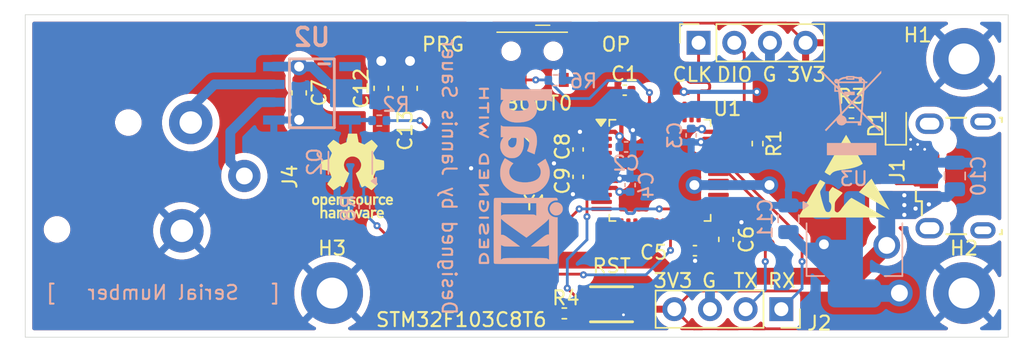
<source format=kicad_pcb>
(kicad_pcb (version 20241229) (generator "pcbnew") (generator_version "9.0")
  (layers (0 "F.Cu" signal) (2 "B.Cu" signal) (13 "F.Paste" user) (15 "B.Paste" user) (5 "F.SilkS" user "F.Silkscreen") (7 "B.SilkS" user "B.Silkscreen") (1 "F.Mask" user) (3 "B.Mask" user) (25 "Edge.Cuts" user))
  (net 0 "")
  (net 1 "+3V3")
  (net 2 "GND")
  (net 3 "+5V")
  (net 4 "CLK_IN")
  (net 5 "CLK_OUT")
  (net 6 "Net-(D1-A)")
  (net 9 "USB+")
  (net 12 "USB-")
  (net 14 "USART_TX")
  (net 15 "USART_RX")
  (net 16 "SWCLK")
  (net 17 "SWDIO")
  (net 18 "DMX-")
  (net 19 "DMX+")
  (net 20 "DMX_INT")
  (net 21 "Net-(Q2-D)")
  (net 22 "USART_TX_DMX")
  (net 23 "NRST")
  (net 24 "BOOT0")
  (net 54 "Net-(Q2-G)")
  (footprint "Symbol:ESD-Logo_6.6x6mm_SilkScreen" (layer "F.Cu") (at 193.3 36.5)
    (property "Reference" "REF**" (hide yes))
    (property "Value" "ESD-Logo_6.6x6mm_SilkScreen" (hide yes))
  )
  (footprint "Connector_PinSocket_2.54mm:PinSocket_1x04_P2.54mm_Vertical" (layer "F.Cu") (at 182.95 27 90)
    (property "Reference" "J3" (hide yes))
    (property "Value" "SWD")
  )
  (footprint "own:omron_B3U-1000P" (layer "F.Cu") (at 176.75 45.65)
    (property "Reference" "SW1" (hide yes))
    (property "Value" "RST" (hide yes))
  )
  (footprint "Capacitor_SMD:C_0402_1005Metric" (layer "F.Cu") (at 182.69 41.83 180)
    (property "Reference" "C5")
    (property "Value" "10n")
  )
  (footprint "Capacitor_SMD:C_0603_1608Metric" (layer "F.Cu") (at 154.5 30.575 -90)
    (property "Reference" "C7")
    (property "Value" "1u5")
  )
  (footprint "Capacitor_SMD:C_0603_1608Metric" (layer "F.Cu") (at 160.35 30.25 90)
    (property "Reference" "C12")
    (property "Value" "22u")
  )
  (footprint "own:wuerth_slide_switch_450404015514" (layer "F.Cu") (at 171.1 27.6)
    (property "Reference" "SW2" (hide yes))
    (property "Value" "BOOT0" (hide yes))
  )
  (footprint "Capacitor_SMD:C_0603_1608Metric" (layer "F.Cu") (at 184.9 41.025 90)
    (property "Reference" "C6")
    (property "Value" "22u")
  )
  (footprint "MountingHole:MountingHole_2.2mm_M2_Pad" (layer "F.Cu") (at 201.85 28.15)
    (property "Reference" "H1")
    (property "Value" "MountingHole_Pad" (hide yes))
  )
  (footprint "Resistor_SMD:R_0402_1005Metric" (layer "F.Cu") (at 173.39 46.3)
    (property "Reference" "R4")
    (property "Value" "1k5")
  )
  (footprint "MountingHole:MountingHole_2.2mm_M2_Pad" (layer "F.Cu") (at 201.85 44.85)
    (property "Reference" "H2")
    (property "Value" "MountingHole_Pad" (hide yes))
  )
  (footprint "Package_QFP:LQFP-48_7x7mm_P0.5mm" (layer "F.Cu") (at 180.2 36.1)
    (property "Reference" "U1")
    (property "Value" "STM32F103C8T6")
  )
  (footprint "Capacitor_SMD:C_0402_1005Metric" (layer "F.Cu") (at 177.69 30.38)
    (property "Reference" "C1")
    (property "Value" "10n")
  )
  (footprint "Diode_SMD:D_0603_1608Metric" (layer "F.Cu") (at 197 32.7875 90)
    (property "Reference" "D1")
    (property "Value" "PWR")
  )
  (footprint "Resistor_SMD:R_0402_1005Metric" (layer "F.Cu") (at 193.84 32)
    (property "Reference" "R3")
    (property "Value" "1k5")
  )
  (footprint "Capacitor_SMD:C_0402_1005Metric" (layer "F.Cu") (at 174.37 34.61 90)
    (property "Reference" "C8")
    (property "Value" "6p")
  )
  (footprint "Symbol:OSHW-Logo_5.7x6mm_SilkScreen" (layer "F.Cu") (at 158.3 36.5)
    (property "Reference" "REF**" (hide yes))
    (property "Value" "OSHW-Logo_5.7x6mm_SilkScreen" (hide yes))
  )
  (footprint "Resistor_SMD:R_0402_1005Metric" (layer "F.Cu") (at 187.15 34.19 -90)
    (property "Reference" "R1")
    (property "Value" "1k5")
  )
  (footprint "Connector_PinSocket_2.54mm:PinSocket_1x04_P2.54mm_Vertical" (layer "F.Cu") (at 188.84 46 -90)
    (property "Reference" "J2")
    (property "Value" "USART")
  )
  (footprint "Capacitor_SMD:C_0402_1005Metric" (layer "F.Cu") (at 174.37 36.56 -90)
    (property "Reference" "C9")
    (property "Value" "6p")
  )
  (footprint "own:XLR3_Female" (layer "F.Cu") (at 133.45 36.5 90)
    (property "Reference" "J4")
    (property "Value" "DMX")
  )
  (footprint "own:Crystal_Wuerth_830108207109" (layer "F.Cu") (at 169.841142 35.806777 -135)
    (property "Reference" "Y1")
    (property "Value" "Crystal_16MHz" (hide yes))
  )
  (footprint "MountingHole:MountingHole_2.2mm_M2_Pad" (layer "F.Cu") (at 156.85 44.85)
    (property "Reference" "H3")
    (property "Value" "MountingHole_Pad" (hide yes))
  )
  (footprint "Connector_USB:USB_Micro-B_Wuerth_629105150521" (layer "F.Cu") (at 201.25 36.5 90)
    (property "Reference" "J1")
    (property "Value" "USB_B_Micro" (hide yes))
  )
  (footprint "Capacitor_SMD:C_0603_1608Metric" (layer "F.Cu") (at 162.4 30.25 90)
    (property "Reference" "C13")
    (property "Value" "22u")
  )
  (footprint "Resistor_SMD:R_0402_1005Metric" (layer "B.Cu") (at 160.21 32.55 180)
    (property "Reference" "R2")
    (property "Value" "1k5")
  )
  (footprint "own:SN75176B-SOIC-8" (layer "B.Cu") (at 155.411 30.605 180)
    (property "Reference" "U2")
    (property "Value" "SN75176BDR" (hide yes))
  )
  (footprint "Resistor_SMD:R_0402_1005Metric" (layer "B.Cu") (at 159.15 38.66 90)
    (property "Reference" "R8")
    (property "Value" "1k5")
  )
  (footprint "Package_TO_SOT_SMD:SOT-23-3" (layer "B.Cu") (at 158.15 35.5625 90)
    (property "Reference" "Q2")
    (property "Value" "2N7002")
  )
  (footprint "Capacitor_SMD:C_0402_1005Metric" (layer "B.Cu") (at 177.79 34.43)
    (property "Reference" "C2")
    (property "Value" "10n")
  )
  (footprint "Capacitor_SMD:C_0402_1005Metric" (layer "B.Cu") (at 178.07 37.15 90)
    (property "Reference" "C4")
    (property "Value" "10n")
  )
  (footprint "Package_TO_SOT_SMD:SOT-223-3_TabPin2" (layer "B.Cu") (at 194.05 41.725 -90)
    (property "Reference" "U3")
    (property "Value" "LM1117-3.3")
  )
  (footprint "Resistor_SMD:R_0402_1005Metric" (layer "B.Cu") (at 172.76 29.675)
    (property "Reference" "R6")
    (property "Value" "1k5")
  )
  (footprint "Symbol:WEEE-Logo_4.2x6mm_SilkScreen" (layer "B.Cu") (at 193.84 32 180)
    (property "Reference" "REF**" (hide yes))
    (property "Value" "WEEE-Logo_4.2x6mm_SilkScreen" (hide yes))
  )
  (footprint "Capacitor_SMD:C_0805_2012Metric" (layer "B.Cu") (at 189.35 39.55 90)
    (property "Reference" "C11")
    (property "Value" "10u")
  )
  (footprint "Capacitor_SMD:C_0402_1005Metric" (layer "B.Cu") (at 182.42 33.6 -90)
    (property "Reference" "C3")
    (property "Value" "10n")
  )
  (footprint "Symbol:KiCad-Logo2_5mm_SilkScreen" (layer "B.Cu") (at 170.3 36.5 90)
    (property "Reference" "REF**" (hide yes))
    (property "Value" "KiCad-Logo2_5mm_SilkScreen" (hide yes))
  )
  (footprint "Capacitor_SMD:C_0805_2012Metric" (layer "B.Cu") (at 201.2 36.5 90)
    (property "Reference" "C10")
    (property "Value" "10u")
  )
  (gr_line (start 205 25) (end 135 25) (stroke (width 0.05)) (layer "Edge.Cuts"))
  (gr_line (start 135 48) (end 205 48) (stroke (width 0.05)) (layer "Edge.Cuts"))
  (gr_line (start 135 25) (end 135 48) (stroke (width 0.05)) (layer "Edge.Cuts"))
  (gr_line (start 205 48) (end 205 25) (stroke (width 0.05)) (layer "Edge.Cuts"))
  (gr_text "CLK" (at 181 29.85 0) (layer "F.SilkS") (effects (font (size 1 1)) (justify left bottom)))
  (gr_text "G" (at 187.4 29.85 0) (layer "F.SilkS") (effects (font (size 1 1)) (justify left bottom)))
  (gr_text "BOOT0" (at 169.05 31.9 0) (layer "F.SilkS") (effects (font (size 1 1)) (justify left bottom)))
  (gr_text "RST" (at 175.3 43.5 0) (layer "F.SilkS") (effects (font (size 1 1)) (justify left bottom)))
  (gr_text "DIO" (at 184.15 29.85 0) (layer "F.SilkS") (effects (font (size 1 1)) (justify left bottom)))
  (gr_text "3V3" (at 189.15 29.85 0) (layer "F.SilkS") (effects (font (size 1 1)) (justify left bottom)))
  (gr_text "OP" (at 175.95 27.7 0) (layer "F.SilkS") (effects (font (size 1 1)) (justify left bottom)))
  (gr_text "TX" (at 185.35 44.55 0) (layer "F.SilkS") (effects (font (size 1 1)) (justify left bottom)))
  (gr_text "RX" (at 187.8 44.55 0) (layer "F.SilkS") (effects (font (size 1 1)) (justify left bottom)))
  (gr_text "G" (at 183.1 44.55 0) (layer "F.SilkS") (effects (font (size 1 1)) (justify left bottom)))
  (gr_text "3V3" (at 179.65 44.55 0) (layer "F.SilkS") (effects (font (size 1 1)) (justify left bottom)))
  (gr_text "PRG" (at 163.15 27.7 0) (layer "F.SilkS") (effects (font (size 1 1)) (justify left bottom)))
  (gr_text "[   Serial Number   ]" (at 153.25 45.4 0) (layer "B.SilkS") (effects (font (size 1 1)) (justify left bottom mirror)))
  (gr_text "Designed by Jannis Sauer" (at 164.6 46.5 270) (layer "B.SilkS") (effects (font (size 1 1)) (justify left bottom mirror)))
  (segment (start 176.0375 33.35) (end 176.99 33.35) (width 0.3) (layer "F.Cu") (net 1))
  (segment (start 181.22 46) (end 182.619 47.399) (width 0.2) (layer "F.Cu") (net 1))
  (segment (start 183.183694 33.153606) (end 182.696394 33.153606) (width 0.3) (layer "F.Cu") (net 1))
  (segment (start 182.95 40.2625) (end 182.95 38.85) (width 0.3) (layer "F.Cu") (net 1))
  (segment (start 177.45 31.9375) (end 177.45 30.62) (width 0.3) (layer "F.Cu") (net 1))
  (segment (start 183.85 41.83) (end 184.87 41.83) (width 0.3) (layer "F.Cu") (net 1))
  (segment (start 191.875 41.025) (end 188 37.15) (width 0.7) (layer "F.Cu") (net 1))
  (segment (start 191.875 41.375) (end 191.875 41.025) (width 0.7) (layer "F.Cu") (net 1))
  (segment (start 182.95 41.61) (end 183.17 41.83) (width 0.3) (layer "F.Cu") (net 1))
  (segment (start 176.7125 31.9375) (end 176.7 31.95) (width 0.3) (layer "F.Cu") (net 1))
  (segment (start 184.3625 33.35) (end 183.380088 33.35) (width 0.3) (layer "F.Cu") (net 1))
  (segment (start 181.22 46) (end 182.52 44.7) (width 0.2) (layer "F.Cu") (net 1))
  (segment (start 176.0375 32.6375) (end 176 32.6) (width 0.3) (layer "F.Cu") (net 1))
  (segment (start 177.45 33.55) (end 177.32 33.68) (width 0.3) (layer "F.Cu") (net 1))
  (segment (start 189.17 25.6) (end 181.75 25.6) (width 0.2) (layer "F.Cu") (net 1))
  (segment (start 177.04 37.35) (end 177.32 37.63) (width 0.3) (layer "F.Cu") (net 1))
  (segment (start 190.1 44.7) (end 190.3 44.9) (width 0.2) (layer "F.Cu") (net 1))
  (segment (start 176.99 33.35) (end 177.32 33.68) (width 0.3) (layer "F.Cu") (net 1))
  (segment (start 182.52 44.7) (end 182.65 44.7) (width 0.2) (layer "F.Cu") (net 1))
  (segment (start 176.0375 37.35) (end 177.04 37.35) (width 0.3) (layer "F.Cu") (net 1))
  (segment (start 191.9 41.4) (end 191.875 41.375) (width 0.7) (layer "F.Cu") (net 1))
  (segment (start 177.45 30.62) (end 177.21 30.38) (width 0.3) (layer "F.Cu") (net 1))
  (segment (start 177.45 31.9375) (end 177.45 33.55) (width 0.3) (layer "F.Cu") (net 1))
  (segment (start 177.45 31.9375) (end 176.7125 31.9375) (width 0.3) (layer "F.Cu") (net 1))
  (segment (start 183.17 41.83) (end 183.85 41.83) (width 0.3) (layer "F.Cu") (net 1))
  (segment (start 182.65 44.7) (end 190.1 44.7) (width 0.2) (layer "F.Cu") (net 1))
  (segment (start 182.619 47.399) (end 190 47.399) (width 0.2) (layer "F.Cu") (net 1))
  (segment (start 182.696394 33.153606) (end 182.5 33.35) (width 0.3) (layer "F.Cu") (net 1))
  (segment (start 183.380088 33.35) (end 183.183694 33.153606) (width 0.3) (layer "F.Cu") (net 1))
  (segment (start 176.0375 33.35) (end 176.0375 32.6375) (width 0.3) (layer "F.Cu") (net 1))
  (segment (start 190.57 27) (end 189.17 25.6) (width 0.2) (layer "F.Cu") (net 1))
  (segment (start 184.87 41.83) (end 184.9 41.8) (width 0.3) (layer "F.Cu") (net 1))
  (segment (start 182.95 40.2625) (end 182.95 41.61) (width 0.3) (layer "F.Cu") (net 1))
  (via (at 181.9 30.5) (size 0.6) (drill 0.3) (layers "F.Cu" "B.Cu") (net 1))
  (via (at 191.875 41.375) (size 1.25) (drill 0.7) (layers "F.Cu" "B.Cu") (net 1))
  (via (at 188 37.15) (size 1.25) (drill 0.7) (layers "F.Cu" "B.Cu") (net 1))
  (via (at 177.32 33.68) (size 0.6) (drill 0.3) (layers "F.Cu" "B.Cu") (net 1))
  (via (at 177.32 37.63) (size 0.6) (drill 0.3) (layers "F.Cu" "B.Cu") (net 1))
  (via (at 183.183694 33.153606) (size 0.6) (drill 0.3) (layers "F.Cu" "B.Cu") (net 1))
  (via (at 197.25 44.85) (size 1.9) (drill 1.2) (layers "F.Cu" "B.Cu") (net 1))
  (via (at 182.65 37.15) (size 1.25) (drill 0.7) (layers "F.Cu" "B.Cu") (net 1))
  (via (at 187.1 30.5) (size 0.6) (drill 0.3) (layers "F.Cu" "B.Cu") (net 1))
  (segment (start 182.453606 33.153606) (end 182.42 33.12) (width 0.3) (layer "B.Cu") (net 1))
  (segment (start 177.32 33.68) (end 177.32 34.42) (width 0.3) (layer "B.Cu") (net 1))
  (segment (start 189.35 40.5) (end 191.9 43.05) (width 0.7) (layer "B.Cu") (net 1))
  (segment (start 188 37.15) (end 182.65 37.15) (width 0.7) (layer "B.Cu") (net 1))
  (segment (start 194.05 38.575) (end 194.05 41.4) (width 1.2) (layer "B.Cu") (net 1))
  (segment (start 193.725 44.875) (end 194.05 44.875) (width 0.7) (layer "B.Cu") (net 1))
  (segment (start 183.183694 33.153606) (end 182.453606 33.153606) (width 0.3) (layer "B.Cu") (net 1))
  (segment (start 197.225 44.875) (end 197.25 44.85) (width 1.2) (layer "B.Cu") (net 1))
  (segment (start 181.9 30.5) (end 187.1 30.5) (width 0.3) (layer "B.Cu") (net 1))
  (segment (start 191.9 43.05) (end 193.725 44.875) (width 0.7) (layer "B.Cu") (net 1))
  (segment (start 191.9 41.4) (end 194.05 41.4) (width 0.7) (layer "B.Cu") (net 1))
  (segment (start 194.05 44.875) (end 197.225 44.875) (width 1.2) (layer "B.Cu") (net 1))
  (segment (start 177.32 37.63) (end 178.07 37.63) (width 0.3) (layer "B.Cu") (net 1))
  (segment (start 194.05 41.4) (end 194.05 44.875) (width 1.2) (layer "B.Cu") (net 1))
  (segment (start 191.875 41.375) (end 191.9 41.4) (width 0.7) (layer "B.Cu") (net 1))
  (segment (start 177.32 34.42) (end 177.31 34.43) (width 0.3) (layer "B.Cu") (net 1))
  (segment (start 191.9 41.4) (end 191.9 43.05) (width 0.7) (layer "B.Cu") (net 1))
  (segment (start 185.55 40.25) (end 186 39.8) (width 0.3) (layer "F.Cu") (net 2))
  (segment (start 168.462284 35.983554) (end 168.462284 35.987716) (width 0.3) (layer "F.Cu") (net 2))
  (segment (start 160.35 29.475) (end 162.4 29.475) (width 0.7) (layer "F.Cu") (net 2))
  (segment (start 168.462284 35.983554) (end 166.783554 35.983554) (width 0.3) (layer "F.Cu") (net 2))
  (segment (start 183.35 33.85) (end 183.12 34.08) (width 0.3) (layer "F.Cu") (net 2))
  (segment (start 162.4 29.475) (end 162.4 28.3) (width 0.7) (layer "F.Cu") (net 2))
  (segment (start 171.05 35.8) (end 171.22 35.63) (width 0.3) (layer "F.Cu") (net 2))
  (segment (start 168.462284 35.983554) (end 168.645838 35.8) (width 0.3) (layer "F.Cu") (net 2))
  (segment (start 160.35 29.475) (end 160.35 28.3) (width 0.7) (layer "F.Cu") (net 2))
  (segment (start 171.22 35.63) (end 171.38 35.63) (width 0.3) (layer "F.Cu") (net 2))
  (segment (start 177.95 32.91) (end 178.27 33.23) (width 0.3) (layer "F.Cu") (net 2))
  (segment (start 177.95 31.9375) (end 177.95 32.91) (width 0.3) (layer "F.Cu") (net 2))
  (segment (start 174.37 33.48) (end 174.5 33.35) (width 0.3) (layer "F.Cu") (net 2))
  (segment (start 172.62 35.63) (end 172.65 35.6) (width 0.3) (layer "F.Cu") (net 2))
  (segment (start 166.783554 35.983554) (end 166.75 35.95) (width 0.3) (layer "F.Cu") (net 2))
  (segment (start 177.95 30.6) (end 178.17 30.38) (width 0.3) (layer "F.Cu") (net 2))
  (segment (start 178.35 45.65) (end 177.6 46.4) (width 0.2) (layer "F.Cu") (net 2))
  (segment (start 177.15 36.85) (end 177.32 36.68) (width 0.3) (layer "F.Cu") (net 2))
  (segment (start 174.37 37.04) (end 174.37 37.43) (width 0.3) (layer "F.Cu") (net 2))
  (segment (start 182.21 42.06) (end 182.7 42.55) (width 0.3) (layer "F.Cu") (net 2))
  (segment (start 171.22 35.63) (end 172.62 35.63) (width 0.3) (layer "F.Cu") (net 2))
  (segment (start 177.95 31.9375) (end 177.95 30.6) (width 0.3) (layer "F.Cu") (net 2))
  (segment (start 176.0375 36.85) (end 177.15 36.85) (width 0.3) (layer "F.Cu") (net 2))
  (segment (start 178.45 45.65) (end 178.35 45.65) (width 0.2) (layer "F.Cu") (net 2))
  (segment (start 168.645838 35.8) (end 171.05 35.8) (width 0.3) (layer "F.Cu") (net 2))
  (segment (start 174.37 34.13) (end 174.37 33.48) (width 0.3) (layer "F.Cu") (net 2))
  (segment (start 182.21 41.83) (end 182.21 42.06) (width 0.3) (layer "F.Cu") (net 2))
  (segment (start 182.45 40.2625) (end 182.45 41.59) (width 0.3) (layer "F.Cu") (net 2))
  (segment (start 184.9 40.25) (end 185.55 40.25) (width 0.3) (layer "F.Cu") (net 2))
  (segment (start 184.3625 33.85) (end 183.35 33.85) (width 0.3) (layer "F.Cu") (net 2))
  (segment (start 154.5 31.35) (end 154.5 32.5) (width 0.7) (layer "F.Cu") (net 2))
  (segment (start 174.37 37.43) (end 174 37.8) (width 0.3) (layer "F.Cu") (net 2))
  (segment (start 182.45 41.59) (end 182.21 41.83) (width 0.3) (layer "F.Cu") (net 2))
  (via (at 154.5 32.5) (size 1.25) (drill 0.7) (layers "F.Cu" "B.Cu") (net 2))
  (via (at 174.5 33.35) (size 0.6) (drill 0.3) (layers "F.Cu" "B.Cu") (net 2))
  (via (at 174 37.8) (size 0.6) (drill 0.3) (layers "F.Cu" "B.Cu") (net 2))
  (via (at 198.05 33.9) (size 0.5) (drill 0.2) (layers "F.Cu" "B.Cu") (net 2))
  (via (at 177.32 36.68) (size 0.6) (drill 0.3) (layers "F.Cu" "B.Cu") (net 2))
  (via (at 186 39.8) (size 0.6) (drill 0.3) (layers "F.Cu" "B.Cu") (net 2))
  (via (at 199.05 34.6) (size 0.5) (drill 0.2) (layers "F.Cu" "B.Cu") (net 2))
  (via (at 198.05 34.6) (size 0.5) (drill 0.2) (layers "F.Cu" "B.Cu") (net 2))
  (via (at 183.12 34.08) (size 0.6) (drill 0.3) (layers "F.Cu" "B.Cu") (net 2))
  (via (at 178.27 33.23) (size 0.6) (drill 0.3) (layers "F.Cu" "B.Cu") (net 2))
  (via (at 160.35 28.3) (size 1.25) (drill 0.7) (layers "F.Cu" "B.Cu") (net 2))
  (via (at 162.4 28.3) (size 1.25) (drill 0.7) (layers "F.Cu" "B.Cu") (net 2))
  (via (at 177.6 46.4) (size 0.5) (drill 0.2) (layers "F.Cu" "B.Cu") (net 2))
  (via (at 198.55 34.25) (size 0.5) (drill 0.2) (layers "F.Cu" "B.Cu") (net 2))
  (via (at 182.7 42.55) (size 0.6) (drill 0.3) (layers "F.Cu" "B.Cu") (net 2))
  (via (at 172.65 35.6) (size 0.6) (drill 0.3) (layers "F.Cu" "B.Cu") (net 2))
  (via (at 166.75 35.95) (size 0.6) (drill 0.3) (layers "F.Cu" "B.Cu") (net 2))
  (segment (start 183.12 34.08) (end 182.42 34.08) (width 0.3) (layer "B.Cu") (net 2))
  (segment (start 183.76 46) (end 183.76 44.66) (width 0.7) (layer "B.Cu") (net 2))
  (segment (start 178.27 33.23) (end 178.27 34.43) (width 0.3) (layer "B.Cu") (net 2))
  (segment (start 201.2 35.55) (end 202.55 35.55) (width 0.7) (layer "B.Cu") (net 2))
  (segment (start 188.03 27) (end 188.03 28.43) (width 0.7) (layer "B.Cu") (net 2))
  (segment (start 178.06 36.68) (end 178.07 36.67) (width 0.3) (layer "B.Cu") (net 2))
  (segment (start 183.76 44.66) (end 183.75 44.65) (width 0.7) (layer "B.Cu") (net 2))
  (segment (start 201.2 35.55) (end 199.85 35.55) (width 0.7) (layer "B.Cu") (net 2))
  (segment (start 177.32 36.68) (end 178.06 36.68) (width 0.3) (layer "B.Cu") (net 2))
  (segment (start 167.8 42.5) (end 160.35 35.05) (width 1.2) (layer "F.Cu") (net 3))
  (segment (start 154.5 28.7) (end 154.5 29.8) (width 0.7) (layer "F.Cu") (net 3))
  (segment (start 160.35 35.05) (end 160.35 31.025) (width 1.2) (layer "F.Cu") (net 3))
  (segment (start 160.35 31.025) (end 156.825 31.025) (width 0.7) (layer "F.Cu") (net 3))
  (segment (start 181 43.65) (end 179.85 42.5) (width 1.2) (layer "F.Cu") (net 3))
  (segment (start 156.825 31.025) (end 154.5 28.7) (width 0.7) (layer "F.Cu") (net 3))
  (segment (start 194.15 43.65) (end 181 43.65) (width 1.2) (layer "F.Cu") (net 3))
  (segment (start 179.85 42.5) (end 167.8 42.5) (width 1.2) (layer "F.Cu") (net 3))
  (segment (start 196.35 41.45) (end 194.15 43.65) (width 1.2) (layer "F.Cu") (net 3))
  (segment (start 162.4 31.025) (end 160.35 31.025) (width 0.7) (layer "F.Cu") (net 3))
  (via (at 199.35 38.525) (size 0.6) (drill 0.3) (layers "F.Cu" "B.Cu") (net 3))
  (via (at 196.35 41.45) (size 1.9) (drill 1.2) (layers "F.Cu" "B.Cu") (net 3))
  (via (at 197.6 38.575) (size 0.6) (drill 0.3) (layers "F.Cu" "B.Cu") (net 3))
  (via (at 154.5 28.7) (size 1.25) (drill 0.7) (layers "F.Cu" "B.Cu") (net 3))
  (via (at 197.6 37.875) (size 0.6) (drill 0.3) (layers "F.Cu" "B.Cu") (net 3))
  (via (at 198.4 38.825) (size 0.6) (drill 0.3) (layers "F.Cu" "B.Cu") (net 3))
  (via (at 197.6 39.275) (size 0.6) (drill 0.3) (layers "F.Cu" "B.Cu") (net 3))
  (segment (start 154.5 28.7) (end 155.4 28.7) (width 0.7) (layer "B.Cu") (net 3))
  (segment (start 200.65 38) (end 199.95 38) (width 0.7) (layer "B.Cu") (net 3))
  (segment (start 156.67 29.97) (end 158.122 29.97) (width 0.7) (layer "B.Cu") (net 3))
  (segment (start 196.35 38.575) (end 196.35 41.45) (width 1.2) (layer "B.Cu") (net 3))
  (segment (start 201.2 37.45) (end 200.65 38) (width 0.7) (layer "B.Cu") (net 3))
  (segment (start 152.7 28.7) (end 154.5 28.7) (width 0.7) (layer "B.Cu") (net 3))
  (segment (start 155.4 28.7) (end 156.67 29.97) (width 0.7) (layer "B.Cu") (net 3))
  (segment (start 176.0375 35.35) (end 174.63 35.35) (width 0.2) (layer "F.Cu") (net 4))
  (segment (start 170.095838 34.35) (end 170.017919 34.427919) (width 0.2) (layer "F.Cu") (net 4))
  (segment (start 174.63 35.35) (end 174.37 35.09) (width 0.2) (layer "F.Cu") (net 4))
  (segment (start 174.37 35.09) (end 174.23 35.09) (width 0.3) (layer "F.Cu") (net 4))
  (segment (start 173.63 34.35) (end 170.095838 34.35) (width 0.2) (layer "F.Cu") (net 4))
  (segment (start 174.37 35.09) (end 173.63 34.35) (width 0.2) (layer "F.Cu") (net 4))
  (segment (start 176.0375 35.85) (end 174.6 35.85) (width 0.2) (layer "F.Cu") (net 5))
  (segment (start 173.264365 37.185635) (end 169.664365 37.185635) (width 0.2) (layer "F.Cu") (net 5))
  (segment (start 174.6 35.85) (end 174.37 36.08) (width 0.2) (layer "F.Cu") (net 5))
  (segment (start 174.37 36.08) (end 173.264365 37.185635) (width 0.2) (layer "F.Cu") (net 5))
  (segment (start 197 32) (end 194.35 32) (width 0.2) (layer "F.Cu") (net 6))
  (segment (start 184.3625 34.85) (end 185.468751 34.85) (width 0.2) (layer "F.Cu") (net 9))
  (segment (start 195.493198 34.875) (end 197.218198 36.6) (width 0.2) (layer "F.Cu") (net 9))
  (segment (start 185.468751 34.85) (end 185.493751 34.875) (width 0.2) (layer "F.Cu") (net 9))
  (segment (start 198.274999 36.6) (end 198.374999 36.5) (width 0.2) (layer "F.Cu") (net 9))
  (segment (start 197.218198 36.6) (end 198.274999 36.6) (width 0.2) (layer "F.Cu") (net 9))
  (segment (start 198.374999 36.5) (end 199.35 36.5) (width 0.2) (layer "F.Cu") (net 9))
  (segment (start 185.493751 34.875) (end 195.493198 34.875) (width 0.2) (layer "F.Cu") (net 9))
  (segment (start 185.493751 35.325) (end 195.306802 35.325) (width 0.2) (layer "F.Cu") (net 12))
  (segment (start 195.306802 35.325) (end 197.031802 37.05) (width 0.2) (layer "F.Cu") (net 12))
  (segment (start 198.374999 37.15) (end 199.35 37.15) (width 0.2) (layer "F.Cu") (net 12))
  (segment (start 197.031802 37.05) (end 198.274999 37.05) (width 0.2) (layer "F.Cu") (net 12))
  (segment (start 198.274999 37.05) (end 198.374999 37.15) (width 0.2) (layer "F.Cu") (net 12))
  (segment (start 185.468751 35.35) (end 185.493751 35.325) (width 0.2) (layer "F.Cu") (net 12))
  (segment (start 184.3625 35.35) (end 185.468751 35.35) (width 0.2) (layer "F.Cu") (net 12))
  (segment (start 187.94 41.090179) (end 187.46 41.090179) (width 0.2) (layer "F.Cu") (net 14))
  (segment (start 187.94 41.690179) (end 188.028652 41.690179) (width 0.2) (layer "F.Cu") (net 14))
  (segment (start 187.371324 40.490179) (end 187.46 40.490179) (width 0.2) (layer "F.Cu") (net 14))
  (segment (start 187.46 41.090179) (end 187.371324 41.090179) (width 0.2) (layer "F.Cu") (net 14))
  (segment (start 187.131324 40.850179) (end 187.131324 40.730179) (width 0.2) (layer "F.Cu") (net 14))
  (segment (start 188.268652 41.450179) (end 188.268652 41.330179) (width 0.2) (layer "F.Cu") (net 14))
  (segment (start 187.7 40.130179) (end 187.7 38.941176) (width 0.2) (layer "F.Cu") (net 14))
  (segment (start 187.7 38.941176) (end 187.7 38.916176) (width 0.2) (layer "F.Cu") (net 14))
  (segment (start 187.7 42.6) (end 187.7 41.930179) (width 0.2) (layer "F.Cu") (net 14))
  (segment (start 187.7 38.916176) (end 185.133824 36.35) (width 0.2) (layer "F.Cu") (net 14))
  (segment (start 187.7 40.250179) (end 187.7 40.130179) (width 0.2) (layer "F.Cu") (net 14))
  (segment (start 185.133824 36.35) (end 184.3625 36.35) (width 0.2) (layer "F.Cu") (net 14))
  (segment (start 188.028652 41.090179) (end 187.94 41.090179) (width 0.2) (layer "F.Cu") (net 14))
  (via (at 187.7 42.6) (size 0.5) (drill 0.2) (layers "F.Cu" "B.Cu") (net 14))
  (arc (start 187.371324 41.090179) (mid 187.201618 41.019885) (end 187.131324 40.850179) (width 0.2) (layer "F.Cu") (net 14))
  (arc (start 187.7 41.930179) (mid 187.770294 41.760473) (end 187.94 41.690179) (width 0.2) (layer "F.Cu") (net 14))
  (arc (start 188.028652 41.690179) (mid 188.198358 41.619885) (end 188.268652 41.450179) (width 0.2) (layer "F.Cu") (net 14))
  (arc (start 188.268652 41.330179) (mid 188.198358 41.160473) (end 188.028652 41.090179) (width 0.2) (layer "F.Cu") (net 14))
  (arc (start 187.131324 40.730179) (mid 187.201618 40.560473) (end 187.371324 40.490179) (width 0.2) (layer "F.Cu") (net 14))
  (arc (start 187.46 40.490179) (mid 187.629706 40.419885) (end 187.7 40.250179) (width 0.2) (layer "F.Cu") (net 14))
  (segment (start 187.7 44.6) (end 186.3 46) (width 0.2) (layer "B.Cu") (net 14))
  (segment (start 187.7 42.6) (end 187.7 44.6) (width 0.2) (layer "B.Cu") (net 14))
  (segment (start 184.3625 35.85) (end 185.200924 35.85) (width 0.2) (layer "F.Cu") (net 15))
  (segment (start 190.31863 40.967706) (end 190.31863 42.600001) (width 0.2) (layer "F.Cu") (net 15))
  (segment (start 185.200924 35.85) (end 190.31863 40.967706) (width 0.2) (layer "F.Cu") (net 15))
  (via (at 190.31863 42.600001) (size 0.5) (drill 0.2) (layers "F.Cu" "B.Cu") (net 15))
  (segment (start 190.31863 44.52137) (end 188.84 46) (width 0.2) (layer "B.Cu") (net 15))
  (segment (start 190.31863 42.600001) (end 190.31863 44.52137) (width 0.2) (layer "B.Cu") (net 15))
  (segment (start 182.95 29.827404) (end 182.397838 29.827404) (width 0.2) (layer "F.Cu") (net 16))
  (segment (start 183.19 30.427404) (end 183.502162 30.427404) (width 0.2) (layer "F.Cu") (net 16))
  (segment (start 182.157838 29.587404) (end 182.157838 29.467404) (width 0.2) (layer "F.Cu") (net 16))
  (segment (start 183.19 29.227404) (end 183.502187 29.227404) (width 0.2) (layer "F.Cu") (net 16))
  (segment (start 182.95 28.387404) (end 182.95 28.267404) (width 0.2) (layer "F.Cu") (net 16))
  (segment (start 183.19 29.827404) (end 182.95 29.827404) (width 0.2) (layer "F.Cu") (net 16))
  (segment (start 183.742187 28.987404) (end 183.742187 28.867404) (width 0.2) (layer "F.Cu") (net 16))
  (segment (start 182.95 28.267404) (end 182.95 27.45) (width 0.2) (layer "F.Cu") (net 16))
  (segment (start 183.742162 30.187404) (end 183.742162 30.067404) (width 0.2) (layer "F.Cu") (net 16))
  (segment (start 183.502187 28.627404) (end 183.19 28.627404) (width 0.2) (layer "F.Cu") (net 16))
  (segment (start 182.397838 29.227404) (end 182.95 29.227404) (width 0.2) (layer "F.Cu") (net 16))
  (segment (start 182.95 31.9375) (end 182.95 30.667404) (width 0.2) (layer "F.Cu") (net 16))
  (segment (start 182.95 27.45) (end 182.95 27) (width 0.2) (layer "F.Cu") (net 16))
  (segment (start 183.502162 29.827404) (end 183.19 29.827404) (width 0.2) (layer "F.Cu") (net 16))
  (segment (start 182.95 29.227404) (end 183.19 29.227404) (width 0.2) (layer "F.Cu") (net 16))
  (arc (start 183.502187 29.227404) (mid 183.671893 29.15711) (end 183.742187 28.987404) (width 0.2) (layer "F.Cu") (net 16))
  (arc (start 182.157838 29.467404) (mid 182.228132 29.297698) (end 182.397838 29.227404) (width 0.2) (layer "F.Cu") (net 16))
  (arc (start 182.397838 29.827404) (mid 182.228132 29.75711) (end 182.157838 29.587404) (width 0.2) (layer "F.Cu") (net 16))
  (arc (start 183.742162 30.067404) (mid 183.671868 29.897698) (end 183.502162 29.827404) (width 0.2) (layer "F.Cu") (net 16))
  (arc (start 183.19 28.627404) (mid 183.020294 28.55711) (end 182.95 28.387404) (width 0.2) (layer "F.Cu") (net 16))
  (arc (start 183.502162 30.427404) (mid 183.671868 30.35711) (end 183.742162 30.187404) (width 0.2) (layer "F.Cu") (net 16))
  (arc (start 183.742187 28.867404) (mid 183.671893 28.697698) (end 183.502187 28.627404) (width 0.2) (layer "F.Cu") (net 16))
  (arc (start 182.95 30.667404) (mid 183.020294 30.497698) (end 183.19 30.427404) (width 0.2) (layer "F.Cu") (net 16))
  (segment (start 184.3625 34.35) (end 185.15 34.35) (width 0.2) (layer "F.Cu") (net 17))
  (segment (start 186.2 33.3) (end 186.2 27.71) (width 0.2) (layer "F.Cu") (net 17))
  (segment (start 186.2 27.71) (end 185.49 27) (width 0.2) (layer "F.Cu") (net 17))
  (segment (start 185.15 34.35) (end 186.2 33.3) (width 0.2) (layer "F.Cu") (net 17))
  (segment (start 152.7 29.97) (end 148.4675 29.97) (width 0.7) (layer "B.Cu") (net 18))
  (segment (start 146.785 31.6525) (end 146.785 32.69) (width 0.7) (layer "B.Cu") (net 18))
  (segment (start 148.4675 29.97) (end 146.785 31.6525) (width 0.7) (layer "B.Cu") (net 18))
  (segment (start 149.6 35.5) (end 150.6 36.5) (width 0.7) (layer "B.Cu") (net 19))
  (segment (start 149.6 33.35) (end 149.6 35.5) (width 0.7) (layer "B.Cu") (net 19))
  (segment (start 151.71 31.24) (end 149.6 33.35) (width 0.7) (layer "B.Cu") (net 19))
  (segment (start 152.7 31.24) (end 151.71 31.24) (width 0.7) (layer "B.Cu") (net 19))
  (segment (start 160.05 40.05) (end 163.5 43.5) (width 0.2) (layer "F.Cu") (net 20))
  (segment (start 174.7 43.5) (end 174.75 43.55) (width 0.2) (layer "F.Cu") (net 20))
  (segment (start 163.5 43.5) (end 174.7 43.5) (width 0.2) (layer "F.Cu") (net 20))
  (segment (start 180.95 40.2625) (end 180.95 41.8) (width 0.2) (layer "F.Cu") (net 20))
  (via (at 180.95 41.8) (size 0.5) (drill 0.2) (layers "F.Cu" "B.Cu") (net 20))
  (via (at 174.75 43.55) (size 0.5) (drill 0.2) (layers "F.Cu" "B.Cu") (net 20))
  (via (at 160.05 40.05) (size 0.5) (drill 0.2) (layers "F.Cu" "B.Cu") (net 20))
  (segment (start 159.17 39.17) (end 160.05 40.05) (width 0.2) (layer "B.Cu") (net 20))
  (segment (start 159.15 39.17) (end 159.17 39.17) (width 0.2) (layer "B.Cu") (net 20))
  (segment (start 174.75 43.55) (end 179.2 43.55) (width 0.2) (layer "B.Cu") (net 20))
  (segment (start 179.2 43.55) (end 180.95 41.8) (width 0.2) (layer "B.Cu") (net 20))
  (segment (start 158.15 32.538) (end 158.122 32.51) (width 0.2) (layer "B.Cu") (net 21))
  (segment (start 158.15 34.425) (end 158.15 32.538) (width 0.2) (layer "B.Cu") (net 21))
  (segment (start 159.66 32.51) (end 159.7 32.55) (width 0.3) (layer "B.Cu") (net 21))
  (segment (start 158.122 32.51) (end 159.66 32.51) (width 0.3) (layer "B.Cu") (net 21))
  (segment (start 163.1 32.55) (end 164.45 33.9) (width 0.2) (layer "F.Cu") (net 22))
  (segment (start 165.21 35.315) (end 164.69 35.315) (width 0.2) (layer "F.Cu") (net 22))
  (segment (start 163.69 35.915) (end 164.21 35.915) (width 0.2) (layer "F.Cu") (net 22))
  (segment (start 164.45 36.275) (end 164.45 36.430826) (width 0.2) (layer "F.Cu") (net 22))
  (segment (start 164.45 36.8) (end 167.65 40) (width 0.2) (layer "F.Cu") (net 22))
  (segment (start 164.21 35.315) (end 163.69 35.315) (width 0.2) (layer "F.Cu") (net 22))
  (segment (start 164.45 36.430826) (end 164.45 36.8) (width 0.2) (layer "F.Cu") (net 22))
  (segment (start 163.45 35.555) (end 163.45 35.675) (width 0.2) (layer "F.Cu") (net 22))
  (segment (start 165.45 34.955) (end 165.45 35.075) (width 0.2) (layer "F.Cu") (net 22))
  (segment (start 164.69 34.715) (end 165.21 34.715) (width 0.2) (layer "F.Cu") (net 22))
  (segment (start 180.15 38.85) (end 180.95 38.85) (width 0.2) (layer "F.Cu") (net 22))
  (segment (start 173.3 40) (end 174.45 38.85) (width 0.2) (layer "F.Cu") (net 22))
  (segment (start 181.45 39.35) (end 181.45 40.2625) (width 0.2) (layer "F.Cu") (net 22))
  (segment (start 164.45 36.155) (end 164.45 36.275) (width 0.2) (layer "F.Cu") (net 22))
  (segment (start 180.95 38.85) (end 181.45 39.35) (width 0.2) (layer "F.Cu") (net 22))
  (segment (start 167.65 40) (end 173.3 40) (width 0.2) (layer "F.Cu") (net 22))
  (segment (start 164.69 35.315) (end 164.21 35.315) (width 0.2) (layer "F.Cu") (net 22))
  (segment (start 164.45 33.9) (end 164.45 34.475) (width 0.2) (layer "F.Cu") (net 22))
  (via (at 180.15 38.85) (size 0.5) (drill 0.2) (layers "F.Cu" "B.Cu") (net 22))
  (via (at 163.1 32.55) (size 0.5) (drill 0.2) (layers "F.Cu" "B.Cu") (net 22))
  (via (at 174.45 38.85) (size 0.5) (drill 0.2) (layers "F.Cu" "B.Cu") (net 22))
  (arc (start 165.45 35.075) (mid 165.379706 35.244706) (end 165.21 35.315) (width 0.2) (layer "F.Cu") (net 22))
  (arc (start 164.21 35.915) (mid 164.379706 35.985294) (end 164.45 36.155) (width 0.2) (layer "F.Cu") (net 22))
  (arc (start 165.21 34.715) (mid 165.379706 34.785294) (end 165.45 34.955) (width 0.2) (layer "F.Cu") (net 22))
  (arc (start 163.45 35.675) (mid 163.520294 35.844706) (end 163.69 35.915) (width 0.2) (layer "F.Cu") (net 22))
  (arc (start 163.69 35.315) (mid 163.520294 35.385294) (end 163.45 35.555) (width 0.2) (layer "F.Cu") (net 22))
  (arc (start 164.45 34.475) (mid 164.520294 34.644706) (end 164.69 34.715) (width 0.2) (layer "F.Cu") (net 22))
  (segment (start 160.72 32.55) (end 163.1 32.55) (width 0.2) (layer "B.Cu") (net 22))
  (segment (start 178.560236 38.85) (end 178.834164 38.85) (width 0.2) (layer "B.Cu") (net 22))
  (segment (start 177.960236 39.176072) (end 178.234164 39.176072) (width 0.2) (layer "B.Cu") (net 22))
  (segment (start 174.45 38.85) (end 177.634164 38.85) (width 0.2) (layer "B.Cu") (net 22))
  (segment (start 178.834164 38.85) (end 180.15 38.85) (width 0.2) (layer "B.Cu") (net 22))
  (arc (start 177.634164 38.85) (mid 177.749448 38.897752) (end 177.7972 39.013036) (width 0.2) (layer "B.Cu") (net 22))
  (arc (start 178.3972 39.013036) (mid 178.444952 38.897752) (end 178.560236 38.85) (width 0.2) (layer "B.Cu") (net 22))
  (arc (start 177.7972 39.013036) (mid 177.844952 39.12832) (end 177.960236 39.176072) (width 0.2) (layer "B.Cu") (net 22))
  (arc (start 178.234164 39.176072) (mid 178.349448 39.12832) (end 178.3972 39.013036) (width 0.2) (layer "B.Cu") (net 22))
  (segment (start 174.4 46.3) (end 175.05 45.65) (width 0.2) (layer "F.Cu") (net 23))
  (segment (start 173.599 44.499) (end 174.75 45.65) (width 0.2) (layer "F.Cu") (net 23))
  (segment (start 174.75 45.65) (end 175.05 45.65) (width 0.2) (layer "F.Cu") (net 23))
  (segment (start 176.0375 36.35) (end 175.266176 36.35) (width 0.2) (layer "F.Cu") (net 23))
  (segment (start 175.266176 36.35) (end 175 36.616176) (width 0.2) (layer "F.Cu") (net 23))
  (segment (start 173.9 46.3) (end 174.4 46.3) (width 0.2) (layer "F.Cu") (net 23))
  (segment (start 175 39.4) (end 175 36.616176) (width 0.2) (layer "F.Cu") (net 23))
  (via (at 175 39.4) (size 0.5) (drill 0.2) (layers "F.Cu" "B.Cu") (net 23))
  (via (at 173.599 44.499) (size 0.5) (drill 0.2) (layers "F.Cu" "B.Cu") (net 23))
  (segment (start 175 41.05) (end 173.599 42.451) (width 0.2) (layer "B.Cu") (net 23))
  (segment (start 173.599 42.451) (end 173.599 44.499) (width 0.2) (layer "B.Cu") (net 23))
  (segment (start 175 41.05) (end 175 39.4) (width 0.2) (layer "B.Cu") (net 23))
  (segment (start 173.6 44.5) (end 173.599 44.499) (width 0.2) (layer "B.Cu") (net 23))
  (segment (start 170.35 29.65) (end 171.35 29.65) (width 0.2) (layer "F.Cu") (net 24))
  (segment (start 179.45 30.55) (end 179.45 31.9375) (width 0.2) (layer "F.Cu") (net 24))
  (via (at 179.45 30.55) (size 0.5) (drill 0.2) (layers "F.Cu" "B.Cu") (net 24))
  (via (at 171.35 29.65) (size 0.5) (drill 0.2) (layers "F.Cu" "B.Cu") (net 24))
  (segment (start 178.6 29.7) (end 179.45 30.55) (width 0.2) (layer "B.Cu") (net 24))
  (segment (start 173.55 30.975) (end 172.25 29.675) (width 0.2) (layer "B.Cu") (net 24))
  (segment (start 175.175 30.975) (end 173.55 30.975) (width 0.2) (layer "B.Cu") (net 24))
  (segment (start 176.45 29.7) (end 175.175 30.975) (width 0.2) (layer "B.Cu") (net 24))
  (segment (start 178.6 29.7) (end 176.45 29.7) (width 0.2) (layer "B.Cu") (net 24))
  (segment (start 171.35 29.65) (end 172.225 29.65) (width 0.2) (layer "B.Cu") (net 24))
  (segment (start 172.225 29.65) (end 172.25 29.675) (width 0.2) (layer "B.Cu") (net 24))
  (segment (start 159.1 36.7) (end 159.1 38.1) (width 0.2) (layer "B.Cu") (net 54))
  (segment (start 159.1 38.1) (end 159.15 38.15) (width 0.2) (layer "B.Cu") (net 54))
  (zone (net 1) (net_name "+3V3") (layer "F.Cu") (name "3V3_Plane") (connect_pads (clearance 0.5)) (min_thickness 0.25) (fill yes (thermal_gap 0.5) (thermal_bridge_width 0.5))
    (polygon (pts (xy 135 25) (xy 135 48) (xy 205 48) (xy 205 25)))
  )
  (zone (net 2) (net_name "GND") (layer "F.Cu") (priority 1) (connect_pads yes (clearance 0)) (min_thickness 0.25) (fill yes (thermal_gap 0.5) (thermal_bridge_width 0.5) (island_removal_mode 1) (island_area_min 10))
    (polygon (pts (xy 200.1 35.4) (xy 198.7 35.4) (xy 196.5 34) (xy 196.5 33.15) (xy 197.5 33.15) (xy 200.1 34.95)))
  )
  (zone (net 3) (net_name "+5V") (layers "F.Cu" "B.Cu") (name "USB_PWR_Plane") (priority 1) (connect_pads yes (clearance 0)) (min_thickness 0.25) (fill yes (thermal_gap 0.5) (thermal_bridge_width 0.5) (island_removal_mode 1) (island_area_min 10))
    (polygon (pts (xy 195.6 37.575) (xy 200.25 37.575) (xy 200.25 38.425) (xy 198.4 39.575) (xy 195.6 39.575)))
  )
  (zone (net 1) (net_name "+3V3") (layer "B.Cu") (priority 1) (connect_pads yes (clearance 0)) (min_thickness 0.25) (fill yes (thermal_gap 0.5) (thermal_bridge_width 0.5) (island_removal_mode 1) (island_area_min 10))
    (polygon (pts (xy 192.2 41.25) (xy 190.3 41.25) (xy 193.2 44.15) (xy 193.55 44.15) (xy 193.55 41.25)))
  )
  (zone (net 2) (net_name "GND") (layer "B.Cu") (name "GND_Plane") (connect_pads (clearance 0.5)) (min_thickness 0.25) (fill yes (thermal_gap 0.5) (thermal_bridge_width 0.5))
    (polygon (pts (xy 135 25) (xy 135 48) (xy 205 48) (xy 205 25)))
  )
  (zone (net 3) (net_name "+5V") (layer "B.Cu") (priority 1) (connect_pads yes (clearance 0)) (min_thickness 0.25) (fill yes (thermal_gap 0.5) (thermal_bridge_width 0.5) (island_removal_mode 1) (island_area_min 10))
    (polygon (pts (xy 156.7 29.6) (xy 159 29.6) (xy 159 31.6) (xy 156.7 31.6)))
  )
)
</source>
